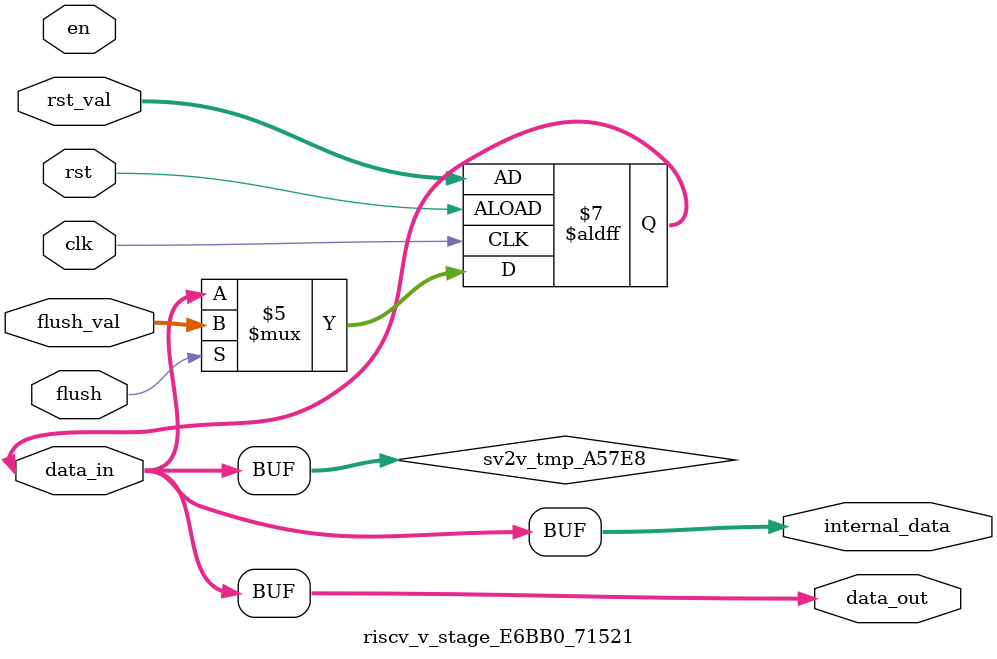
<source format=v>
module riscv_v_stage_E6BB0_71521 (
	clk,
	rst,
	en,
	flush,
	rst_val,
	flush_val,
	data_in,
	data_out,
	internal_data
);
	parameter signed [31:0] DATA_T_riscv_pkg_BYTE_WIDTH = 0;
	parameter signed [31:0] DATA_T_riscv_pkg_DQWORD_WIDTH = 0;
	parameter signed [31:0] DATA_T_riscv_pkg_DWORD_WIDTH = 0;
	parameter signed [31:0] DATA_T_riscv_pkg_QWORD_WIDTH = 0;
	parameter signed [31:0] DATA_T_riscv_pkg_RISCV_DATA_WIDTH = 0;
	parameter signed [31:0] DATA_T_riscv_pkg_RISCV_NUM_BYTES_DATA = 0;
	parameter signed [31:0] DATA_T_riscv_pkg_RISCV_NUM_DQWORDS_DATA = 0;
	parameter signed [31:0] DATA_T_riscv_pkg_RISCV_NUM_DWORDS_DATA = 0;
	parameter signed [31:0] DATA_T_riscv_pkg_RISCV_NUM_QWORDS_DATA = 0;
	parameter signed [31:0] DATA_T_riscv_pkg_RISCV_NUM_WORDS_DATA = 0;
	parameter signed [31:0] DATA_T_riscv_pkg_WORD_WIDTH = 0;
	parameter signed [31:0] NUM_STAGES = 1;
	input wire clk;
	input wire rst;
	input wire en;
	input wire flush;
	input wire [DATA_T_riscv_pkg_RISCV_DATA_WIDTH - 1:0] rst_val;
	input wire [DATA_T_riscv_pkg_RISCV_DATA_WIDTH - 1:0] flush_val;
	input wire [DATA_T_riscv_pkg_RISCV_DATA_WIDTH - 1:0] data_in;
	output wire [DATA_T_riscv_pkg_RISCV_DATA_WIDTH - 1:0] data_out;
	output reg [(NUM_STAGES >= 0 ? ((NUM_STAGES + 1) * DATA_T_riscv_pkg_RISCV_DATA_WIDTH) - 1 : ((1 - NUM_STAGES) * DATA_T_riscv_pkg_RISCV_DATA_WIDTH) + ((NUM_STAGES * DATA_T_riscv_pkg_RISCV_DATA_WIDTH) - 1)):(NUM_STAGES >= 0 ? 0 : NUM_STAGES * DATA_T_riscv_pkg_RISCV_DATA_WIDTH)] internal_data;
	wire [DATA_T_riscv_pkg_RISCV_DATA_WIDTH * 1:1] sv2v_tmp_A57E8;
	assign sv2v_tmp_A57E8 = data_in;
	always @(*) internal_data[(NUM_STAGES >= 0 ? 0 : NUM_STAGES) * DATA_T_riscv_pkg_RISCV_DATA_WIDTH+:DATA_T_riscv_pkg_RISCV_DATA_WIDTH] = sv2v_tmp_A57E8;
	genvar _gv_idx_1;
	generate
		for (_gv_idx_1 = 1; _gv_idx_1 <= NUM_STAGES; _gv_idx_1 = _gv_idx_1 + 1) begin : gen_stage_data
			localparam idx = _gv_idx_1;
			always @(posedge clk or posedge rst)
				if (rst)
					internal_data[(NUM_STAGES >= 0 ? idx : NUM_STAGES - idx) * DATA_T_riscv_pkg_RISCV_DATA_WIDTH+:DATA_T_riscv_pkg_RISCV_DATA_WIDTH] <= rst_val;
				else if (flush)
					internal_data[(NUM_STAGES >= 0 ? idx : NUM_STAGES - idx) * DATA_T_riscv_pkg_RISCV_DATA_WIDTH+:DATA_T_riscv_pkg_RISCV_DATA_WIDTH] <= flush_val;
				else if (en)
					internal_data[(NUM_STAGES >= 0 ? idx : NUM_STAGES - idx) * DATA_T_riscv_pkg_RISCV_DATA_WIDTH+:DATA_T_riscv_pkg_RISCV_DATA_WIDTH] <= internal_data[(NUM_STAGES >= 0 ? idx - 1 : NUM_STAGES - (idx - 1)) * DATA_T_riscv_pkg_RISCV_DATA_WIDTH+:DATA_T_riscv_pkg_RISCV_DATA_WIDTH];
		end
	endgenerate
	assign data_out = internal_data[(NUM_STAGES >= 0 ? NUM_STAGES : NUM_STAGES - NUM_STAGES) * DATA_T_riscv_pkg_RISCV_DATA_WIDTH+:DATA_T_riscv_pkg_RISCV_DATA_WIDTH];
endmodule

</source>
